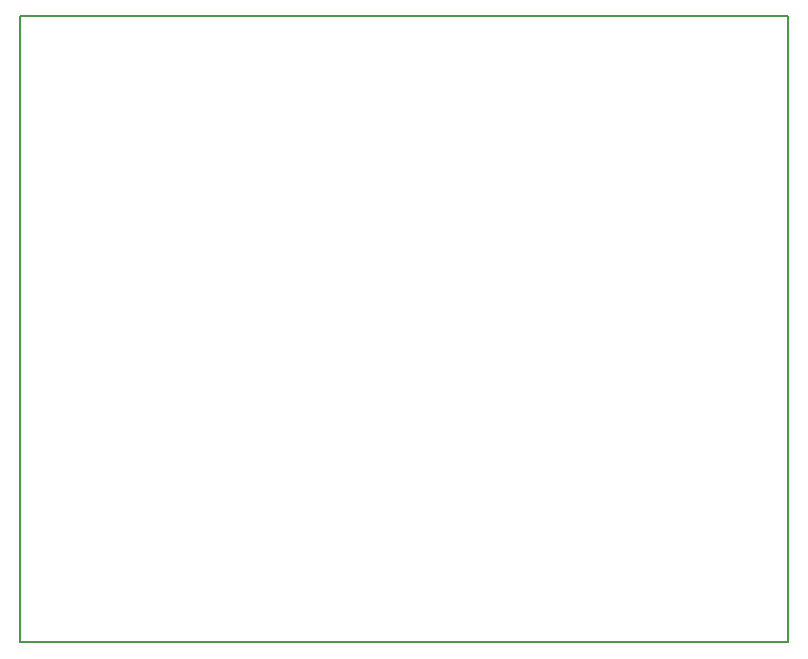
<source format=gbr>
G04 #@! TF.FileFunction,Profile,NP*
%FSLAX46Y46*%
G04 Gerber Fmt 4.6, Leading zero omitted, Abs format (unit mm)*
G04 Created by KiCad (PCBNEW 4.0.2-stable) date 22/10/2018 19:31:19*
%MOMM*%
G01*
G04 APERTURE LIST*
%ADD10C,0.100000*%
%ADD11C,0.150000*%
G04 APERTURE END LIST*
D10*
D11*
X118000000Y-90000000D02*
X53000000Y-90000000D01*
X118000000Y-37000000D02*
X118000000Y-90000000D01*
X53000000Y-37000000D02*
X118000000Y-37000000D01*
X53000000Y-90000000D02*
X53000000Y-37000000D01*
M02*

</source>
